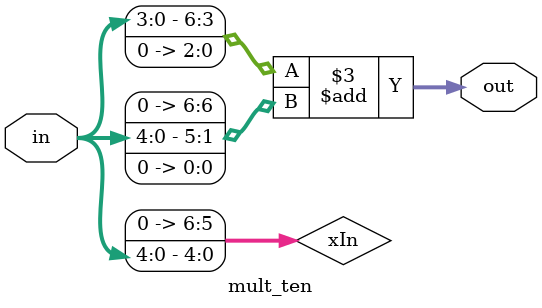
<source format=v>
`timescale 1ns / 1ps



module comparator(
    input [5:0] Comp_A,Comp_B,
    output CompO
    );
    assign CompO = (Comp_A == Comp_B) ? 1'b1 : 1'b0;
endmodule

module mult_ten(
    input [4:0] in,
    output [6:0] out
    );
    wire [6:0] xIn;
    assign xIn = {2'b00,in};
    assign out = (xIn <<< 3) + (xIn <<< 1);
endmodule

</source>
